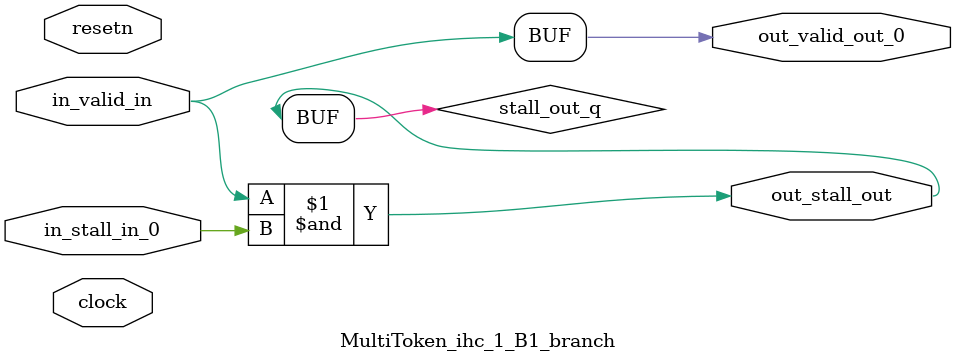
<source format=sv>



(* altera_attribute = "-name AUTO_SHIFT_REGISTER_RECOGNITION OFF; -name MESSAGE_DISABLE 10036; -name MESSAGE_DISABLE 10037; -name MESSAGE_DISABLE 14130; -name MESSAGE_DISABLE 14320; -name MESSAGE_DISABLE 15400; -name MESSAGE_DISABLE 14130; -name MESSAGE_DISABLE 10036; -name MESSAGE_DISABLE 12020; -name MESSAGE_DISABLE 12030; -name MESSAGE_DISABLE 12010; -name MESSAGE_DISABLE 12110; -name MESSAGE_DISABLE 14320; -name MESSAGE_DISABLE 13410; -name MESSAGE_DISABLE 113007; -name MESSAGE_DISABLE 10958" *)
module MultiToken_ihc_1_B1_branch (
    input wire [0:0] in_stall_in_0,
    input wire [0:0] in_valid_in,
    output wire [0:0] out_stall_out,
    output wire [0:0] out_valid_out_0,
    input wire clock,
    input wire resetn
    );

    wire [0:0] stall_out_q;


    // stall_out(LOGICAL,6)
    assign stall_out_q = in_valid_in & in_stall_in_0;

    // out_stall_out(GPOUT,4)
    assign out_stall_out = stall_out_q;

    // out_valid_out_0(GPOUT,5)
    assign out_valid_out_0 = in_valid_in;

endmodule

</source>
